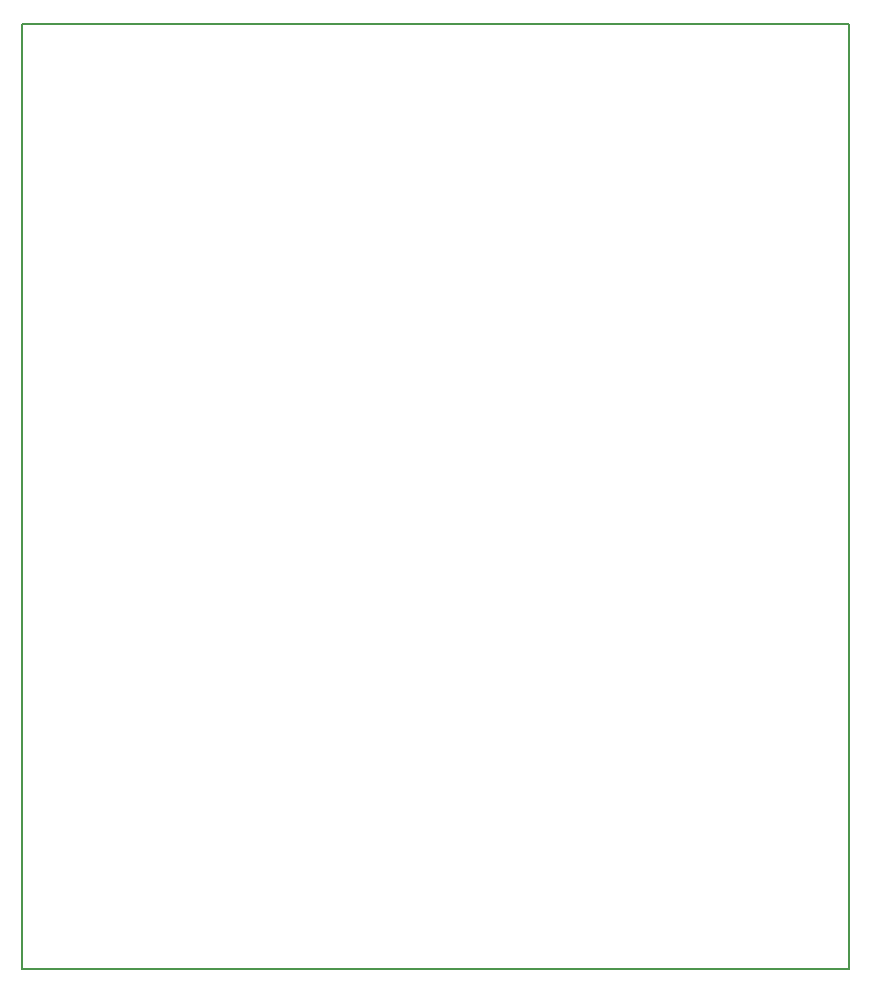
<source format=gbr>
%TF.GenerationSoftware,KiCad,Pcbnew,(2017-04-07 revision 70c961f)-master*%
%TF.CreationDate,2018-03-16T01:23:05+01:00*%
%TF.ProjectId,Nucleololu64,4E75636C656F6C6F6C7536342E6B6963,rev?*%
%TF.FileFunction,Profile,NP*%
%FSLAX46Y46*%
G04 Gerber Fmt 4.6, Leading zero omitted, Abs format (unit mm)*
G04 Created by KiCad (PCBNEW (2017-04-07 revision 70c961f)-master) date 2018 March 16, Friday 01:23:05*
%MOMM*%
%LPD*%
G01*
G04 APERTURE LIST*
%ADD10C,0.150000*%
%ADD11C,0.200000*%
G04 APERTURE END LIST*
D10*
D11*
X-30000Y-105000D02*
X69970000Y-105000D01*
X69970000Y79895000D02*
X69970000Y-105000D01*
D10*
X-30000Y79895000D02*
X69970000Y79895000D01*
X-30000Y-105000D02*
X-30000Y79895000D01*
M02*

</source>
